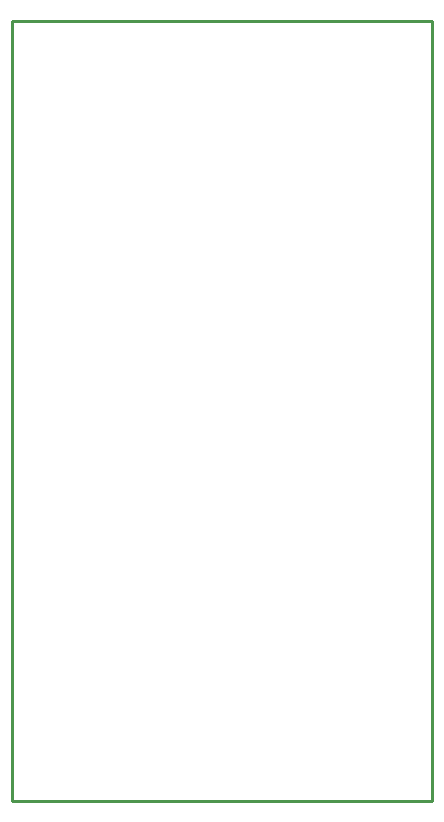
<source format=gko>
G04 Layer: BoardOutline*
G04 EasyEDA v6.2.46, 2019-11-03T11:34:55+01:00*
G04 e10e46a80a834b6b97d20d57123ccb7d,d15f1e4770a0489585fd403fbbc54e69,10*
G04 Gerber Generator version 0.2*
G04 Scale: 100 percent, Rotated: No, Reflected: No *
G04 Dimensions in inches *
G04 leading zeros omitted , absolute positions ,2 integer and 4 decimal *
%FSLAX24Y24*%
%MOIN*%
G90*
G70D02*

%ADD10C,0.010000*%
G54D10*
G01X0Y26000D02*
G01X14000Y26000D01*
G01X14000Y0D01*
G01X0Y0D01*
G01X0Y26000D01*

%LPD*%
M00*
M02*

</source>
